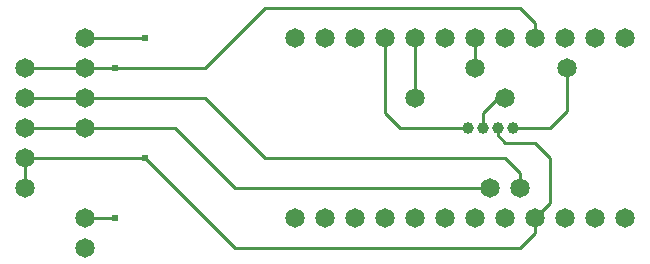
<source format=gbl>
G04 Layer: BottomLayer*
G04 EasyEDA v6.4.14, 2021-01-21T15:54:09+01:00*
G04 9ce7f4978f28408badebbbb5726e7537,3bf3a0918b454840bcd8ed9ba4aead62,10*
G04 Gerber Generator version 0.2*
G04 Scale: 100 percent, Rotated: No, Reflected: No *
G04 Dimensions in inches *
G04 leading zeros omitted , absolute positions ,3 integer and 6 decimal *
%FSLAX36Y36*%
%MOIN*%

%ADD10C,0.0100*%
%ADD11C,0.0240*%
%ADD12C,0.0650*%
%ADD13C,0.0390*%

%LPD*%
D10*
X1550000Y850000D02*
G01*
X1550000Y600000D01*
X1600000Y550000D01*
X1825000Y550000D01*
X1650000Y850000D02*
G01*
X1650000Y650000D01*
X1850000Y850000D02*
G01*
X1850000Y750000D01*
X1950000Y650000D02*
G01*
X1925000Y650000D01*
X1875000Y600000D01*
X1875000Y550000D01*
X2155000Y750000D02*
G01*
X2155000Y605000D01*
X2100000Y550000D01*
X1975000Y550000D01*
X1925000Y550000D02*
G01*
X1925000Y525000D01*
X1950000Y500000D01*
X2050000Y500000D01*
X2100000Y450000D01*
X2100000Y300000D01*
X2050000Y250000D01*
X350000Y550000D02*
G01*
X550000Y550000D01*
X350000Y750000D02*
G01*
X550000Y750000D01*
X550000Y750000D02*
G01*
X650000Y750000D01*
X2050000Y850000D02*
G01*
X2050000Y900000D01*
X2000000Y950000D01*
X1150000Y950000D01*
X950000Y750000D01*
X650000Y750000D01*
X550000Y850000D02*
G01*
X750000Y850000D01*
X550000Y250000D02*
G01*
X650000Y250000D01*
X350000Y350000D02*
G01*
X350000Y450000D01*
X350000Y450000D02*
G01*
X750000Y450000D01*
X750000Y450000D02*
G01*
X1050000Y150000D01*
X2000000Y150000D01*
X2050000Y200000D01*
X2050000Y250000D01*
X350000Y650000D02*
G01*
X550000Y650000D01*
X550000Y550000D02*
G01*
X850000Y550000D01*
X1050000Y350000D01*
X1900000Y350000D01*
X550000Y650000D02*
G01*
X950000Y650000D01*
X1150000Y450000D01*
X1950000Y450000D01*
X2000000Y400000D01*
X2000000Y350000D01*
D12*
G01*
X1650000Y650000D03*
G01*
X1850000Y750000D03*
G01*
X2155000Y750000D03*
G01*
X1950000Y650000D03*
G01*
X1250000Y850000D03*
G01*
X1350000Y850000D03*
G01*
X1450000Y850000D03*
G01*
X1550000Y850000D03*
G01*
X1650000Y850000D03*
G01*
X1750000Y850000D03*
G01*
X1850000Y850000D03*
G01*
X1950000Y850000D03*
G01*
X2050000Y850000D03*
G01*
X2150000Y850000D03*
G01*
X2250000Y850000D03*
G01*
X2350000Y850000D03*
G01*
X1250000Y250000D03*
G01*
X1350000Y250000D03*
G01*
X1450000Y250000D03*
G01*
X1550000Y250000D03*
G01*
X1650000Y250000D03*
G01*
X1750000Y250000D03*
G01*
X1850000Y250000D03*
G01*
X1950000Y250000D03*
G01*
X2050000Y250000D03*
G01*
X2150000Y250000D03*
G01*
X2250000Y250000D03*
G01*
X2350000Y250000D03*
G01*
X350000Y750000D03*
G01*
X350000Y650000D03*
G01*
X350000Y550000D03*
G01*
X350000Y450000D03*
G01*
X350000Y350000D03*
G01*
X550000Y550000D03*
G01*
X550000Y650000D03*
G01*
X550000Y750000D03*
G01*
X550000Y850000D03*
G01*
X550000Y150000D03*
G01*
X550000Y250000D03*
G01*
X1900000Y350000D03*
G01*
X2000000Y350000D03*
D13*
G01*
X1975000Y550000D03*
G01*
X1925000Y550000D03*
G01*
X1875000Y550000D03*
G01*
X1825000Y550000D03*
D11*
G01*
X650000Y750000D03*
G01*
X650000Y250000D03*
G01*
X750000Y850000D03*
G01*
X750000Y450000D03*
M02*

</source>
